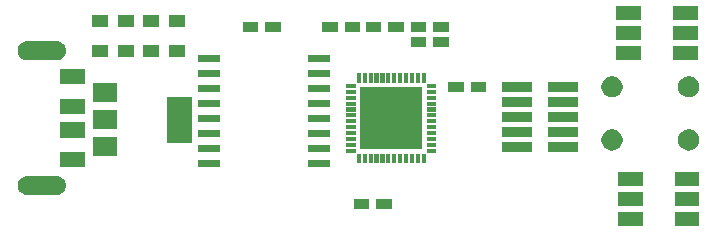
<source format=gbr>
G04 #@! TF.GenerationSoftware,KiCad,Pcbnew,5.1.4+dfsg1-1*
G04 #@! TF.CreationDate,2019-12-31T15:03:41-06:00*
G04 #@! TF.ProjectId,oxidized_flash,6f786964-697a-4656-945f-666c6173682e,rev?*
G04 #@! TF.SameCoordinates,Original*
G04 #@! TF.FileFunction,Soldermask,Top*
G04 #@! TF.FilePolarity,Negative*
%FSLAX46Y46*%
G04 Gerber Fmt 4.6, Leading zero omitted, Abs format (unit mm)*
G04 Created by KiCad (PCBNEW 5.1.4+dfsg1-1) date 2019-12-31 15:03:41*
%MOMM*%
%LPD*%
G04 APERTURE LIST*
%ADD10C,0.100000*%
G04 APERTURE END LIST*
D10*
G36*
X83092800Y-40224800D02*
G01*
X80991200Y-40224800D01*
X80991200Y-39023200D01*
X83092800Y-39023200D01*
X83092800Y-40224800D01*
X83092800Y-40224800D01*
G37*
G36*
X78292800Y-40224800D02*
G01*
X76191200Y-40224800D01*
X76191200Y-39023200D01*
X78292800Y-39023200D01*
X78292800Y-40224800D01*
X78292800Y-40224800D01*
G37*
G36*
X55138800Y-38779800D02*
G01*
X53837200Y-38779800D01*
X53837200Y-37928200D01*
X55138800Y-37928200D01*
X55138800Y-38779800D01*
X55138800Y-38779800D01*
G37*
G36*
X57038800Y-38779800D02*
G01*
X55737200Y-38779800D01*
X55737200Y-37928200D01*
X57038800Y-37928200D01*
X57038800Y-38779800D01*
X57038800Y-38779800D01*
G37*
G36*
X78292800Y-38524800D02*
G01*
X76191200Y-38524800D01*
X76191200Y-37323200D01*
X78292800Y-37323200D01*
X78292800Y-38524800D01*
X78292800Y-38524800D01*
G37*
G36*
X83092800Y-38524800D02*
G01*
X80991200Y-38524800D01*
X80991200Y-37323200D01*
X83092800Y-37323200D01*
X83092800Y-38524800D01*
X83092800Y-38524800D01*
G37*
G36*
X28838984Y-36010788D02*
G01*
X28989935Y-36056578D01*
X28989938Y-36056579D01*
X29129052Y-36130937D01*
X29250990Y-36231010D01*
X29351063Y-36352948D01*
X29425421Y-36492062D01*
X29425422Y-36492065D01*
X29471212Y-36643016D01*
X29486674Y-36800000D01*
X29471212Y-36956984D01*
X29425422Y-37107935D01*
X29425421Y-37107938D01*
X29351063Y-37247052D01*
X29250990Y-37368990D01*
X29129052Y-37469063D01*
X28989938Y-37543421D01*
X28989935Y-37543422D01*
X28838984Y-37589212D01*
X28721332Y-37600800D01*
X26142668Y-37600800D01*
X26025016Y-37589212D01*
X25874065Y-37543422D01*
X25874062Y-37543421D01*
X25734948Y-37469063D01*
X25613010Y-37368990D01*
X25512937Y-37247052D01*
X25438579Y-37107938D01*
X25438578Y-37107935D01*
X25392788Y-36956984D01*
X25377326Y-36800000D01*
X25392788Y-36643016D01*
X25438578Y-36492065D01*
X25438579Y-36492062D01*
X25512937Y-36352948D01*
X25613010Y-36231010D01*
X25734948Y-36130937D01*
X25874062Y-36056579D01*
X25874065Y-36056578D01*
X26025016Y-36010788D01*
X26142668Y-35999200D01*
X28721332Y-35999200D01*
X28838984Y-36010788D01*
X28838984Y-36010788D01*
G37*
G36*
X83092800Y-36824800D02*
G01*
X80991200Y-36824800D01*
X80991200Y-35623200D01*
X83092800Y-35623200D01*
X83092800Y-36824800D01*
X83092800Y-36824800D01*
G37*
G36*
X78292800Y-36824800D02*
G01*
X76191200Y-36824800D01*
X76191200Y-35623200D01*
X78292800Y-35623200D01*
X78292800Y-36824800D01*
X78292800Y-36824800D01*
G37*
G36*
X31082800Y-35250800D02*
G01*
X28981200Y-35250800D01*
X28981200Y-33949200D01*
X31082800Y-33949200D01*
X31082800Y-35250800D01*
X31082800Y-35250800D01*
G37*
G36*
X42528800Y-35225800D02*
G01*
X40627200Y-35225800D01*
X40627200Y-34624200D01*
X42528800Y-34624200D01*
X42528800Y-35225800D01*
X42528800Y-35225800D01*
G37*
G36*
X51828800Y-35225800D02*
G01*
X49927200Y-35225800D01*
X49927200Y-34624200D01*
X51828800Y-34624200D01*
X51828800Y-35225800D01*
X51828800Y-35225800D01*
G37*
G36*
X56940050Y-34924550D02*
G01*
X56588450Y-34924550D01*
X56588450Y-34122950D01*
X56940050Y-34122950D01*
X56940050Y-34924550D01*
X56940050Y-34924550D01*
G37*
G36*
X59940050Y-34924550D02*
G01*
X59588450Y-34924550D01*
X59588450Y-34122950D01*
X59940050Y-34122950D01*
X59940050Y-34924550D01*
X59940050Y-34924550D01*
G37*
G36*
X58940050Y-34924550D02*
G01*
X58588450Y-34924550D01*
X58588450Y-34122950D01*
X58940050Y-34122950D01*
X58940050Y-34924550D01*
X58940050Y-34924550D01*
G37*
G36*
X58440050Y-34924550D02*
G01*
X58088450Y-34924550D01*
X58088450Y-34122950D01*
X58440050Y-34122950D01*
X58440050Y-34924550D01*
X58440050Y-34924550D01*
G37*
G36*
X57940050Y-34924550D02*
G01*
X57588450Y-34924550D01*
X57588450Y-34122950D01*
X57940050Y-34122950D01*
X57940050Y-34924550D01*
X57940050Y-34924550D01*
G37*
G36*
X57440050Y-34924550D02*
G01*
X57088450Y-34924550D01*
X57088450Y-34122950D01*
X57440050Y-34122950D01*
X57440050Y-34924550D01*
X57440050Y-34924550D01*
G37*
G36*
X56440050Y-34924550D02*
G01*
X56088450Y-34924550D01*
X56088450Y-34122950D01*
X56440050Y-34122950D01*
X56440050Y-34924550D01*
X56440050Y-34924550D01*
G37*
G36*
X55940050Y-34924550D02*
G01*
X55588450Y-34924550D01*
X55588450Y-34122950D01*
X55940050Y-34122950D01*
X55940050Y-34924550D01*
X55940050Y-34924550D01*
G37*
G36*
X55440050Y-34924550D02*
G01*
X55088450Y-34924550D01*
X55088450Y-34122950D01*
X55440050Y-34122950D01*
X55440050Y-34924550D01*
X55440050Y-34924550D01*
G37*
G36*
X54940050Y-34924550D02*
G01*
X54588450Y-34924550D01*
X54588450Y-34122950D01*
X54940050Y-34122950D01*
X54940050Y-34924550D01*
X54940050Y-34924550D01*
G37*
G36*
X54440050Y-34924550D02*
G01*
X54088450Y-34924550D01*
X54088450Y-34122950D01*
X54440050Y-34122950D01*
X54440050Y-34924550D01*
X54440050Y-34924550D01*
G37*
G36*
X59440050Y-34924550D02*
G01*
X59088450Y-34924550D01*
X59088450Y-34122950D01*
X59440050Y-34122950D01*
X59440050Y-34924550D01*
X59440050Y-34924550D01*
G37*
G36*
X33816800Y-34342800D02*
G01*
X31715200Y-34342800D01*
X31715200Y-32741200D01*
X33816800Y-32741200D01*
X33816800Y-34342800D01*
X33816800Y-34342800D01*
G37*
G36*
X54015050Y-34049550D02*
G01*
X53213450Y-34049550D01*
X53213450Y-33697950D01*
X54015050Y-33697950D01*
X54015050Y-34049550D01*
X54015050Y-34049550D01*
G37*
G36*
X60815050Y-34049550D02*
G01*
X60013450Y-34049550D01*
X60013450Y-33697950D01*
X60815050Y-33697950D01*
X60815050Y-34049550D01*
X60815050Y-34049550D01*
G37*
G36*
X51828800Y-33955800D02*
G01*
X49927200Y-33955800D01*
X49927200Y-33354200D01*
X51828800Y-33354200D01*
X51828800Y-33955800D01*
X51828800Y-33955800D01*
G37*
G36*
X42528800Y-33955800D02*
G01*
X40627200Y-33955800D01*
X40627200Y-33354200D01*
X42528800Y-33354200D01*
X42528800Y-33955800D01*
X42528800Y-33955800D01*
G37*
G36*
X72796800Y-33948800D02*
G01*
X70295200Y-33948800D01*
X70295200Y-33107200D01*
X72796800Y-33107200D01*
X72796800Y-33948800D01*
X72796800Y-33948800D01*
G37*
G36*
X68896800Y-33948800D02*
G01*
X66395200Y-33948800D01*
X66395200Y-33107200D01*
X68896800Y-33107200D01*
X68896800Y-33948800D01*
X68896800Y-33948800D01*
G37*
G36*
X82292535Y-32049550D02*
G01*
X82454757Y-32081817D01*
X82618690Y-32149721D01*
X82766222Y-32248299D01*
X82766224Y-32248301D01*
X82766227Y-32248303D01*
X82891697Y-32373773D01*
X82891699Y-32373776D01*
X82891701Y-32373778D01*
X82990279Y-32521310D01*
X83058183Y-32685243D01*
X83092800Y-32859280D01*
X83092800Y-33036720D01*
X83058183Y-33210757D01*
X82990279Y-33374690D01*
X82891701Y-33522222D01*
X82891699Y-33522224D01*
X82891697Y-33522227D01*
X82766227Y-33647697D01*
X82766224Y-33647699D01*
X82766222Y-33647701D01*
X82618690Y-33746279D01*
X82454757Y-33814183D01*
X82324229Y-33840146D01*
X82280721Y-33848800D01*
X82103279Y-33848800D01*
X82059771Y-33840146D01*
X81929243Y-33814183D01*
X81765310Y-33746279D01*
X81617778Y-33647701D01*
X81617776Y-33647699D01*
X81617773Y-33647697D01*
X81492303Y-33522227D01*
X81492301Y-33522224D01*
X81492299Y-33522222D01*
X81393721Y-33374690D01*
X81325817Y-33210757D01*
X81291200Y-33036720D01*
X81291200Y-32859280D01*
X81325817Y-32685243D01*
X81393721Y-32521310D01*
X81492299Y-32373778D01*
X81492301Y-32373776D01*
X81492303Y-32373773D01*
X81617773Y-32248303D01*
X81617776Y-32248301D01*
X81617778Y-32248299D01*
X81765310Y-32149721D01*
X81929243Y-32081817D01*
X82091465Y-32049550D01*
X82103279Y-32047200D01*
X82280721Y-32047200D01*
X82292535Y-32049550D01*
X82292535Y-32049550D01*
G37*
G36*
X75792535Y-32049550D02*
G01*
X75954757Y-32081817D01*
X76118690Y-32149721D01*
X76266222Y-32248299D01*
X76266224Y-32248301D01*
X76266227Y-32248303D01*
X76391697Y-32373773D01*
X76391699Y-32373776D01*
X76391701Y-32373778D01*
X76490279Y-32521310D01*
X76558183Y-32685243D01*
X76592800Y-32859280D01*
X76592800Y-33036720D01*
X76558183Y-33210757D01*
X76490279Y-33374690D01*
X76391701Y-33522222D01*
X76391699Y-33522224D01*
X76391697Y-33522227D01*
X76266227Y-33647697D01*
X76266224Y-33647699D01*
X76266222Y-33647701D01*
X76118690Y-33746279D01*
X75954757Y-33814183D01*
X75824229Y-33840146D01*
X75780721Y-33848800D01*
X75603279Y-33848800D01*
X75559771Y-33840146D01*
X75429243Y-33814183D01*
X75265310Y-33746279D01*
X75117778Y-33647701D01*
X75117776Y-33647699D01*
X75117773Y-33647697D01*
X74992303Y-33522227D01*
X74992301Y-33522224D01*
X74992299Y-33522222D01*
X74893721Y-33374690D01*
X74825817Y-33210757D01*
X74791200Y-33036720D01*
X74791200Y-32859280D01*
X74825817Y-32685243D01*
X74893721Y-32521310D01*
X74992299Y-32373778D01*
X74992301Y-32373776D01*
X74992303Y-32373773D01*
X75117773Y-32248303D01*
X75117776Y-32248301D01*
X75117778Y-32248299D01*
X75265310Y-32149721D01*
X75429243Y-32081817D01*
X75591465Y-32049550D01*
X75603279Y-32047200D01*
X75780721Y-32047200D01*
X75792535Y-32049550D01*
X75792535Y-32049550D01*
G37*
G36*
X59640050Y-33749550D02*
G01*
X54388450Y-33749550D01*
X54388450Y-28497950D01*
X59640050Y-28497950D01*
X59640050Y-33749550D01*
X59640050Y-33749550D01*
G37*
G36*
X54015050Y-33549550D02*
G01*
X53213450Y-33549550D01*
X53213450Y-33197950D01*
X54015050Y-33197950D01*
X54015050Y-33549550D01*
X54015050Y-33549550D01*
G37*
G36*
X60815050Y-33549550D02*
G01*
X60013450Y-33549550D01*
X60013450Y-33197950D01*
X60815050Y-33197950D01*
X60815050Y-33549550D01*
X60815050Y-33549550D01*
G37*
G36*
X40116800Y-33192800D02*
G01*
X38015200Y-33192800D01*
X38015200Y-29291200D01*
X40116800Y-29291200D01*
X40116800Y-33192800D01*
X40116800Y-33192800D01*
G37*
G36*
X60815050Y-33049550D02*
G01*
X60013450Y-33049550D01*
X60013450Y-32697950D01*
X60815050Y-32697950D01*
X60815050Y-33049550D01*
X60815050Y-33049550D01*
G37*
G36*
X54015050Y-33049550D02*
G01*
X53213450Y-33049550D01*
X53213450Y-32697950D01*
X54015050Y-32697950D01*
X54015050Y-33049550D01*
X54015050Y-33049550D01*
G37*
G36*
X31082800Y-32750800D02*
G01*
X28981200Y-32750800D01*
X28981200Y-31449200D01*
X31082800Y-31449200D01*
X31082800Y-32750800D01*
X31082800Y-32750800D01*
G37*
G36*
X42528800Y-32685800D02*
G01*
X40627200Y-32685800D01*
X40627200Y-32084200D01*
X42528800Y-32084200D01*
X42528800Y-32685800D01*
X42528800Y-32685800D01*
G37*
G36*
X51828800Y-32685800D02*
G01*
X49927200Y-32685800D01*
X49927200Y-32084200D01*
X51828800Y-32084200D01*
X51828800Y-32685800D01*
X51828800Y-32685800D01*
G37*
G36*
X68896800Y-32678800D02*
G01*
X66395200Y-32678800D01*
X66395200Y-31837200D01*
X68896800Y-31837200D01*
X68896800Y-32678800D01*
X68896800Y-32678800D01*
G37*
G36*
X72796800Y-32678800D02*
G01*
X70295200Y-32678800D01*
X70295200Y-31837200D01*
X72796800Y-31837200D01*
X72796800Y-32678800D01*
X72796800Y-32678800D01*
G37*
G36*
X54015050Y-32549550D02*
G01*
X53213450Y-32549550D01*
X53213450Y-32197950D01*
X54015050Y-32197950D01*
X54015050Y-32549550D01*
X54015050Y-32549550D01*
G37*
G36*
X60815050Y-32549550D02*
G01*
X60013450Y-32549550D01*
X60013450Y-32197950D01*
X60815050Y-32197950D01*
X60815050Y-32549550D01*
X60815050Y-32549550D01*
G37*
G36*
X54015050Y-32049550D02*
G01*
X53213450Y-32049550D01*
X53213450Y-31697950D01*
X54015050Y-31697950D01*
X54015050Y-32049550D01*
X54015050Y-32049550D01*
G37*
G36*
X60815050Y-32049550D02*
G01*
X60013450Y-32049550D01*
X60013450Y-31697950D01*
X60815050Y-31697950D01*
X60815050Y-32049550D01*
X60815050Y-32049550D01*
G37*
G36*
X33816800Y-32042800D02*
G01*
X31715200Y-32042800D01*
X31715200Y-30441200D01*
X33816800Y-30441200D01*
X33816800Y-32042800D01*
X33816800Y-32042800D01*
G37*
G36*
X54015050Y-31549550D02*
G01*
X53213450Y-31549550D01*
X53213450Y-31197950D01*
X54015050Y-31197950D01*
X54015050Y-31549550D01*
X54015050Y-31549550D01*
G37*
G36*
X60815050Y-31549550D02*
G01*
X60013450Y-31549550D01*
X60013450Y-31197950D01*
X60815050Y-31197950D01*
X60815050Y-31549550D01*
X60815050Y-31549550D01*
G37*
G36*
X42528800Y-31415800D02*
G01*
X40627200Y-31415800D01*
X40627200Y-30814200D01*
X42528800Y-30814200D01*
X42528800Y-31415800D01*
X42528800Y-31415800D01*
G37*
G36*
X51828800Y-31415800D02*
G01*
X49927200Y-31415800D01*
X49927200Y-30814200D01*
X51828800Y-30814200D01*
X51828800Y-31415800D01*
X51828800Y-31415800D01*
G37*
G36*
X72796800Y-31408800D02*
G01*
X70295200Y-31408800D01*
X70295200Y-30567200D01*
X72796800Y-30567200D01*
X72796800Y-31408800D01*
X72796800Y-31408800D01*
G37*
G36*
X68896800Y-31408800D02*
G01*
X66395200Y-31408800D01*
X66395200Y-30567200D01*
X68896800Y-30567200D01*
X68896800Y-31408800D01*
X68896800Y-31408800D01*
G37*
G36*
X60815050Y-31049550D02*
G01*
X60013450Y-31049550D01*
X60013450Y-30697950D01*
X60815050Y-30697950D01*
X60815050Y-31049550D01*
X60815050Y-31049550D01*
G37*
G36*
X54015050Y-31049550D02*
G01*
X53213450Y-31049550D01*
X53213450Y-30697950D01*
X54015050Y-30697950D01*
X54015050Y-31049550D01*
X54015050Y-31049550D01*
G37*
G36*
X31082800Y-30750800D02*
G01*
X28981200Y-30750800D01*
X28981200Y-29449200D01*
X31082800Y-29449200D01*
X31082800Y-30750800D01*
X31082800Y-30750800D01*
G37*
G36*
X60815050Y-30549550D02*
G01*
X60013450Y-30549550D01*
X60013450Y-30197950D01*
X60815050Y-30197950D01*
X60815050Y-30549550D01*
X60815050Y-30549550D01*
G37*
G36*
X54015050Y-30549550D02*
G01*
X53213450Y-30549550D01*
X53213450Y-30197950D01*
X54015050Y-30197950D01*
X54015050Y-30549550D01*
X54015050Y-30549550D01*
G37*
G36*
X51828800Y-30145800D02*
G01*
X49927200Y-30145800D01*
X49927200Y-29544200D01*
X51828800Y-29544200D01*
X51828800Y-30145800D01*
X51828800Y-30145800D01*
G37*
G36*
X42528800Y-30145800D02*
G01*
X40627200Y-30145800D01*
X40627200Y-29544200D01*
X42528800Y-29544200D01*
X42528800Y-30145800D01*
X42528800Y-30145800D01*
G37*
G36*
X72796800Y-30138800D02*
G01*
X70295200Y-30138800D01*
X70295200Y-29297200D01*
X72796800Y-29297200D01*
X72796800Y-30138800D01*
X72796800Y-30138800D01*
G37*
G36*
X68896800Y-30138800D02*
G01*
X66395200Y-30138800D01*
X66395200Y-29297200D01*
X68896800Y-29297200D01*
X68896800Y-30138800D01*
X68896800Y-30138800D01*
G37*
G36*
X54015050Y-30049550D02*
G01*
X53213450Y-30049550D01*
X53213450Y-29697950D01*
X54015050Y-29697950D01*
X54015050Y-30049550D01*
X54015050Y-30049550D01*
G37*
G36*
X60815050Y-30049550D02*
G01*
X60013450Y-30049550D01*
X60013450Y-29697950D01*
X60815050Y-29697950D01*
X60815050Y-30049550D01*
X60815050Y-30049550D01*
G37*
G36*
X33816800Y-29742800D02*
G01*
X31715200Y-29742800D01*
X31715200Y-28141200D01*
X33816800Y-28141200D01*
X33816800Y-29742800D01*
X33816800Y-29742800D01*
G37*
G36*
X54015050Y-29549550D02*
G01*
X53213450Y-29549550D01*
X53213450Y-29197950D01*
X54015050Y-29197950D01*
X54015050Y-29549550D01*
X54015050Y-29549550D01*
G37*
G36*
X60815050Y-29549550D02*
G01*
X60013450Y-29549550D01*
X60013450Y-29197950D01*
X60815050Y-29197950D01*
X60815050Y-29549550D01*
X60815050Y-29549550D01*
G37*
G36*
X82324229Y-27555854D02*
G01*
X82454757Y-27581817D01*
X82618690Y-27649721D01*
X82766222Y-27748299D01*
X82766224Y-27748301D01*
X82766227Y-27748303D01*
X82891697Y-27873773D01*
X82891699Y-27873776D01*
X82891701Y-27873778D01*
X82990279Y-28021310D01*
X83058183Y-28185243D01*
X83092800Y-28359280D01*
X83092800Y-28536720D01*
X83058183Y-28710757D01*
X82990279Y-28874690D01*
X82891701Y-29022222D01*
X82891699Y-29022224D01*
X82891697Y-29022227D01*
X82766227Y-29147697D01*
X82766224Y-29147699D01*
X82766222Y-29147701D01*
X82618690Y-29246279D01*
X82454757Y-29314183D01*
X82324229Y-29340146D01*
X82280721Y-29348800D01*
X82103279Y-29348800D01*
X82059771Y-29340146D01*
X81929243Y-29314183D01*
X81765310Y-29246279D01*
X81617778Y-29147701D01*
X81617776Y-29147699D01*
X81617773Y-29147697D01*
X81492303Y-29022227D01*
X81492301Y-29022224D01*
X81492299Y-29022222D01*
X81393721Y-28874690D01*
X81325817Y-28710757D01*
X81291200Y-28536720D01*
X81291200Y-28359280D01*
X81325817Y-28185243D01*
X81393721Y-28021310D01*
X81492299Y-27873778D01*
X81492301Y-27873776D01*
X81492303Y-27873773D01*
X81617773Y-27748303D01*
X81617776Y-27748301D01*
X81617778Y-27748299D01*
X81765310Y-27649721D01*
X81929243Y-27581817D01*
X82059771Y-27555854D01*
X82103279Y-27547200D01*
X82280721Y-27547200D01*
X82324229Y-27555854D01*
X82324229Y-27555854D01*
G37*
G36*
X75824229Y-27555854D02*
G01*
X75954757Y-27581817D01*
X76118690Y-27649721D01*
X76266222Y-27748299D01*
X76266224Y-27748301D01*
X76266227Y-27748303D01*
X76391697Y-27873773D01*
X76391699Y-27873776D01*
X76391701Y-27873778D01*
X76490279Y-28021310D01*
X76558183Y-28185243D01*
X76592800Y-28359280D01*
X76592800Y-28536720D01*
X76558183Y-28710757D01*
X76490279Y-28874690D01*
X76391701Y-29022222D01*
X76391699Y-29022224D01*
X76391697Y-29022227D01*
X76266227Y-29147697D01*
X76266224Y-29147699D01*
X76266222Y-29147701D01*
X76118690Y-29246279D01*
X75954757Y-29314183D01*
X75824229Y-29340146D01*
X75780721Y-29348800D01*
X75603279Y-29348800D01*
X75559771Y-29340146D01*
X75429243Y-29314183D01*
X75265310Y-29246279D01*
X75117778Y-29147701D01*
X75117776Y-29147699D01*
X75117773Y-29147697D01*
X74992303Y-29022227D01*
X74992301Y-29022224D01*
X74992299Y-29022222D01*
X74893721Y-28874690D01*
X74825817Y-28710757D01*
X74791200Y-28536720D01*
X74791200Y-28359280D01*
X74825817Y-28185243D01*
X74893721Y-28021310D01*
X74992299Y-27873778D01*
X74992301Y-27873776D01*
X74992303Y-27873773D01*
X75117773Y-27748303D01*
X75117776Y-27748301D01*
X75117778Y-27748299D01*
X75265310Y-27649721D01*
X75429243Y-27581817D01*
X75559771Y-27555854D01*
X75603279Y-27547200D01*
X75780721Y-27547200D01*
X75824229Y-27555854D01*
X75824229Y-27555854D01*
G37*
G36*
X54015050Y-29049550D02*
G01*
X53213450Y-29049550D01*
X53213450Y-28697950D01*
X54015050Y-28697950D01*
X54015050Y-29049550D01*
X54015050Y-29049550D01*
G37*
G36*
X60815050Y-29049550D02*
G01*
X60013450Y-29049550D01*
X60013450Y-28697950D01*
X60815050Y-28697950D01*
X60815050Y-29049550D01*
X60815050Y-29049550D01*
G37*
G36*
X42528800Y-28875800D02*
G01*
X40627200Y-28875800D01*
X40627200Y-28274200D01*
X42528800Y-28274200D01*
X42528800Y-28875800D01*
X42528800Y-28875800D01*
G37*
G36*
X51828800Y-28875800D02*
G01*
X49927200Y-28875800D01*
X49927200Y-28274200D01*
X51828800Y-28274200D01*
X51828800Y-28875800D01*
X51828800Y-28875800D01*
G37*
G36*
X65034800Y-28873800D02*
G01*
X63733200Y-28873800D01*
X63733200Y-28022200D01*
X65034800Y-28022200D01*
X65034800Y-28873800D01*
X65034800Y-28873800D01*
G37*
G36*
X63134800Y-28873800D02*
G01*
X61833200Y-28873800D01*
X61833200Y-28022200D01*
X63134800Y-28022200D01*
X63134800Y-28873800D01*
X63134800Y-28873800D01*
G37*
G36*
X68896800Y-28868800D02*
G01*
X66395200Y-28868800D01*
X66395200Y-28027200D01*
X68896800Y-28027200D01*
X68896800Y-28868800D01*
X68896800Y-28868800D01*
G37*
G36*
X72796800Y-28868800D02*
G01*
X70295200Y-28868800D01*
X70295200Y-28027200D01*
X72796800Y-28027200D01*
X72796800Y-28868800D01*
X72796800Y-28868800D01*
G37*
G36*
X54015050Y-28549550D02*
G01*
X53213450Y-28549550D01*
X53213450Y-28197950D01*
X54015050Y-28197950D01*
X54015050Y-28549550D01*
X54015050Y-28549550D01*
G37*
G36*
X60815050Y-28549550D02*
G01*
X60013450Y-28549550D01*
X60013450Y-28197950D01*
X60815050Y-28197950D01*
X60815050Y-28549550D01*
X60815050Y-28549550D01*
G37*
G36*
X31082800Y-28250800D02*
G01*
X28981200Y-28250800D01*
X28981200Y-26949200D01*
X31082800Y-26949200D01*
X31082800Y-28250800D01*
X31082800Y-28250800D01*
G37*
G36*
X55940050Y-28124550D02*
G01*
X55588450Y-28124550D01*
X55588450Y-27322950D01*
X55940050Y-27322950D01*
X55940050Y-28124550D01*
X55940050Y-28124550D01*
G37*
G36*
X56440050Y-28124550D02*
G01*
X56088450Y-28124550D01*
X56088450Y-27322950D01*
X56440050Y-27322950D01*
X56440050Y-28124550D01*
X56440050Y-28124550D01*
G37*
G36*
X55440050Y-28124550D02*
G01*
X55088450Y-28124550D01*
X55088450Y-27322950D01*
X55440050Y-27322950D01*
X55440050Y-28124550D01*
X55440050Y-28124550D01*
G37*
G36*
X54940050Y-28124550D02*
G01*
X54588450Y-28124550D01*
X54588450Y-27322950D01*
X54940050Y-27322950D01*
X54940050Y-28124550D01*
X54940050Y-28124550D01*
G37*
G36*
X54440050Y-28124550D02*
G01*
X54088450Y-28124550D01*
X54088450Y-27322950D01*
X54440050Y-27322950D01*
X54440050Y-28124550D01*
X54440050Y-28124550D01*
G37*
G36*
X56940050Y-28124550D02*
G01*
X56588450Y-28124550D01*
X56588450Y-27322950D01*
X56940050Y-27322950D01*
X56940050Y-28124550D01*
X56940050Y-28124550D01*
G37*
G36*
X57940050Y-28124550D02*
G01*
X57588450Y-28124550D01*
X57588450Y-27322950D01*
X57940050Y-27322950D01*
X57940050Y-28124550D01*
X57940050Y-28124550D01*
G37*
G36*
X57440050Y-28124550D02*
G01*
X57088450Y-28124550D01*
X57088450Y-27322950D01*
X57440050Y-27322950D01*
X57440050Y-28124550D01*
X57440050Y-28124550D01*
G37*
G36*
X58940050Y-28124550D02*
G01*
X58588450Y-28124550D01*
X58588450Y-27322950D01*
X58940050Y-27322950D01*
X58940050Y-28124550D01*
X58940050Y-28124550D01*
G37*
G36*
X59440050Y-28124550D02*
G01*
X59088450Y-28124550D01*
X59088450Y-27322950D01*
X59440050Y-27322950D01*
X59440050Y-28124550D01*
X59440050Y-28124550D01*
G37*
G36*
X59940050Y-28124550D02*
G01*
X59588450Y-28124550D01*
X59588450Y-27322950D01*
X59940050Y-27322950D01*
X59940050Y-28124550D01*
X59940050Y-28124550D01*
G37*
G36*
X58440050Y-28124550D02*
G01*
X58088450Y-28124550D01*
X58088450Y-27322950D01*
X58440050Y-27322950D01*
X58440050Y-28124550D01*
X58440050Y-28124550D01*
G37*
G36*
X51828800Y-27605800D02*
G01*
X49927200Y-27605800D01*
X49927200Y-27004200D01*
X51828800Y-27004200D01*
X51828800Y-27605800D01*
X51828800Y-27605800D01*
G37*
G36*
X42528800Y-27605800D02*
G01*
X40627200Y-27605800D01*
X40627200Y-27004200D01*
X42528800Y-27004200D01*
X42528800Y-27605800D01*
X42528800Y-27605800D01*
G37*
G36*
X42528800Y-26335800D02*
G01*
X40627200Y-26335800D01*
X40627200Y-25734200D01*
X42528800Y-25734200D01*
X42528800Y-26335800D01*
X42528800Y-26335800D01*
G37*
G36*
X51828800Y-26335800D02*
G01*
X49927200Y-26335800D01*
X49927200Y-25734200D01*
X51828800Y-25734200D01*
X51828800Y-26335800D01*
X51828800Y-26335800D01*
G37*
G36*
X28838984Y-24610788D02*
G01*
X28989935Y-24656578D01*
X28989938Y-24656579D01*
X29129052Y-24730937D01*
X29250990Y-24831010D01*
X29351063Y-24952948D01*
X29425421Y-25092062D01*
X29425422Y-25092065D01*
X29471212Y-25243016D01*
X29486674Y-25400000D01*
X29471212Y-25556984D01*
X29425422Y-25707935D01*
X29425421Y-25707938D01*
X29351063Y-25847052D01*
X29250990Y-25968990D01*
X29129052Y-26069063D01*
X28989938Y-26143421D01*
X28989935Y-26143422D01*
X28838984Y-26189212D01*
X28721332Y-26200800D01*
X26142668Y-26200800D01*
X26025016Y-26189212D01*
X25874065Y-26143422D01*
X25874062Y-26143421D01*
X25734948Y-26069063D01*
X25613010Y-25968990D01*
X25512937Y-25847052D01*
X25438579Y-25707938D01*
X25438578Y-25707935D01*
X25392788Y-25556984D01*
X25377326Y-25400000D01*
X25392788Y-25243016D01*
X25438578Y-25092065D01*
X25438579Y-25092062D01*
X25512937Y-24952948D01*
X25613010Y-24831010D01*
X25734948Y-24730937D01*
X25874062Y-24656579D01*
X25874065Y-24656578D01*
X26025016Y-24610788D01*
X26142668Y-24599200D01*
X28721332Y-24599200D01*
X28838984Y-24610788D01*
X28838984Y-24610788D01*
G37*
G36*
X82952800Y-26176800D02*
G01*
X80851200Y-26176800D01*
X80851200Y-24975200D01*
X82952800Y-24975200D01*
X82952800Y-26176800D01*
X82952800Y-26176800D01*
G37*
G36*
X78152800Y-26176800D02*
G01*
X76051200Y-26176800D01*
X76051200Y-24975200D01*
X78152800Y-24975200D01*
X78152800Y-26176800D01*
X78152800Y-26176800D01*
G37*
G36*
X39512800Y-25900800D02*
G01*
X38211200Y-25900800D01*
X38211200Y-24899200D01*
X39512800Y-24899200D01*
X39512800Y-25900800D01*
X39512800Y-25900800D01*
G37*
G36*
X35194800Y-25900800D02*
G01*
X33893200Y-25900800D01*
X33893200Y-24899200D01*
X35194800Y-24899200D01*
X35194800Y-25900800D01*
X35194800Y-25900800D01*
G37*
G36*
X32994800Y-25900800D02*
G01*
X31693200Y-25900800D01*
X31693200Y-24899200D01*
X32994800Y-24899200D01*
X32994800Y-25900800D01*
X32994800Y-25900800D01*
G37*
G36*
X37312800Y-25900800D02*
G01*
X36011200Y-25900800D01*
X36011200Y-24899200D01*
X37312800Y-24899200D01*
X37312800Y-25900800D01*
X37312800Y-25900800D01*
G37*
G36*
X61864800Y-25063800D02*
G01*
X60563200Y-25063800D01*
X60563200Y-24212200D01*
X61864800Y-24212200D01*
X61864800Y-25063800D01*
X61864800Y-25063800D01*
G37*
G36*
X59964800Y-25063800D02*
G01*
X58663200Y-25063800D01*
X58663200Y-24212200D01*
X59964800Y-24212200D01*
X59964800Y-25063800D01*
X59964800Y-25063800D01*
G37*
G36*
X78152800Y-24476800D02*
G01*
X76051200Y-24476800D01*
X76051200Y-23275200D01*
X78152800Y-23275200D01*
X78152800Y-24476800D01*
X78152800Y-24476800D01*
G37*
G36*
X82952800Y-24476800D02*
G01*
X80851200Y-24476800D01*
X80851200Y-23275200D01*
X82952800Y-23275200D01*
X82952800Y-24476800D01*
X82952800Y-24476800D01*
G37*
G36*
X52466800Y-23793800D02*
G01*
X51165200Y-23793800D01*
X51165200Y-22942200D01*
X52466800Y-22942200D01*
X52466800Y-23793800D01*
X52466800Y-23793800D01*
G37*
G36*
X61864800Y-23793800D02*
G01*
X60563200Y-23793800D01*
X60563200Y-22942200D01*
X61864800Y-22942200D01*
X61864800Y-23793800D01*
X61864800Y-23793800D01*
G37*
G36*
X54366800Y-23793800D02*
G01*
X53065200Y-23793800D01*
X53065200Y-22942200D01*
X54366800Y-22942200D01*
X54366800Y-23793800D01*
X54366800Y-23793800D01*
G37*
G36*
X47640800Y-23793800D02*
G01*
X46339200Y-23793800D01*
X46339200Y-22942200D01*
X47640800Y-22942200D01*
X47640800Y-23793800D01*
X47640800Y-23793800D01*
G37*
G36*
X59964800Y-23793800D02*
G01*
X58663200Y-23793800D01*
X58663200Y-22942200D01*
X59964800Y-22942200D01*
X59964800Y-23793800D01*
X59964800Y-23793800D01*
G37*
G36*
X56154800Y-23793800D02*
G01*
X54853200Y-23793800D01*
X54853200Y-22942200D01*
X56154800Y-22942200D01*
X56154800Y-23793800D01*
X56154800Y-23793800D01*
G37*
G36*
X58054800Y-23793800D02*
G01*
X56753200Y-23793800D01*
X56753200Y-22942200D01*
X58054800Y-22942200D01*
X58054800Y-23793800D01*
X58054800Y-23793800D01*
G37*
G36*
X45740800Y-23793800D02*
G01*
X44439200Y-23793800D01*
X44439200Y-22942200D01*
X45740800Y-22942200D01*
X45740800Y-23793800D01*
X45740800Y-23793800D01*
G37*
G36*
X35194800Y-23360800D02*
G01*
X33893200Y-23360800D01*
X33893200Y-22359200D01*
X35194800Y-22359200D01*
X35194800Y-23360800D01*
X35194800Y-23360800D01*
G37*
G36*
X32994800Y-23360800D02*
G01*
X31693200Y-23360800D01*
X31693200Y-22359200D01*
X32994800Y-22359200D01*
X32994800Y-23360800D01*
X32994800Y-23360800D01*
G37*
G36*
X39512800Y-23360800D02*
G01*
X38211200Y-23360800D01*
X38211200Y-22359200D01*
X39512800Y-22359200D01*
X39512800Y-23360800D01*
X39512800Y-23360800D01*
G37*
G36*
X37312800Y-23360800D02*
G01*
X36011200Y-23360800D01*
X36011200Y-22359200D01*
X37312800Y-22359200D01*
X37312800Y-23360800D01*
X37312800Y-23360800D01*
G37*
G36*
X82952800Y-22776800D02*
G01*
X80851200Y-22776800D01*
X80851200Y-21575200D01*
X82952800Y-21575200D01*
X82952800Y-22776800D01*
X82952800Y-22776800D01*
G37*
G36*
X78152800Y-22776800D02*
G01*
X76051200Y-22776800D01*
X76051200Y-21575200D01*
X78152800Y-21575200D01*
X78152800Y-22776800D01*
X78152800Y-22776800D01*
G37*
M02*

</source>
